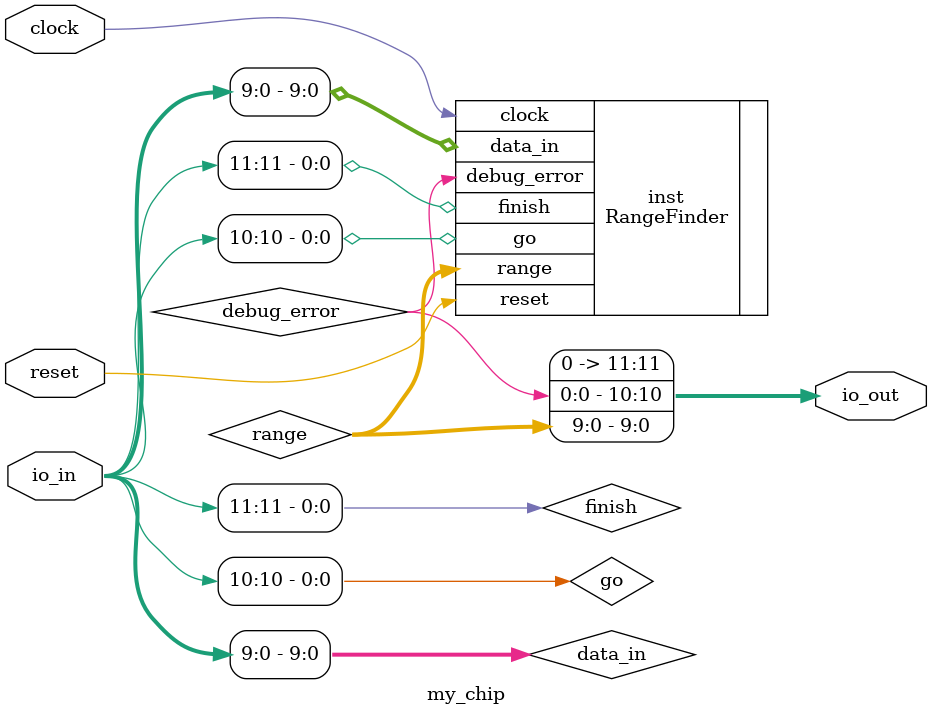
<source format=sv>
`default_nettype none

module my_chip (
    input logic [11:0] io_in, // Inputs to your chip
    output logic [11:0] io_out, // Outputs from your chip
    input logic clock,
    input logic reset // Important: Reset is ACTIVE-HIGH
);
    
    logic[9:0]  data_in;
    logic       go;
    logic       finish;

    logic[9:0]  range;
    logic       debug_error;

    assign data_in  = io_in[9:0];
    assign go       = io_in[10];
    assign finish   = io_in[11];

    assign io_out[9:0]  = range;
    assign io_out[10]   = debug_error;
    assign io_out[11]   = 1'b0; 

    RangeFinder # (10) inst (
        .data_in,
        .clock,
        .reset,
        .go,
        .finish,
        .range,
        .debug_error
    );

endmodule

</source>
